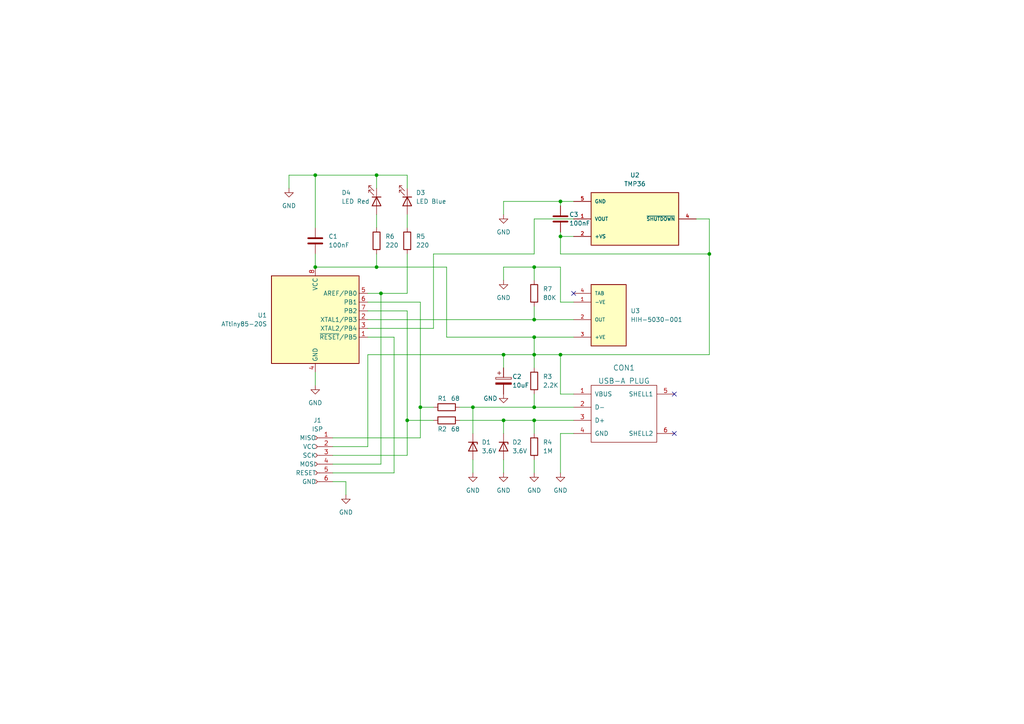
<source format=kicad_sch>
(kicad_sch (version 20211123) (generator eeschema)
  (paper "A4")
  (title_block (title "USBTherm2") (date "2023-01-29") (rev "1.0") (company "torsten.roemer@luniks.net"))
  (lib_symbols
    (symbol "Connector:Conn_01x06_Female" (pin_names (offset 1.016))
      (property "Reference" "J1" (at -0.635 10.16 0))
      (property "Value" "ISP" (at -0.635 7.62 0))
      (symbol "Conn_01x06_Female_1_1"
        (arc (start 0 -7.112) (mid -0.508 -7.62) (end 0 -8.128) (stroke (width 0.1524)))
        (arc (start 0 -4.572) (mid -0.508 -5.08) (end 0 -5.588) (stroke (width 0.1524)))
        (arc (start 0 -2.032) (mid -0.508 -2.54) (end 0 -3.048) (stroke (width 0.1524)))
        (polyline (pts (xy -1.27 -7.62) (xy -0.508 -7.62)) (stroke (width 0.1524)))
        (polyline (pts (xy -1.27 -5.08) (xy -0.508 -5.08)) (stroke (width 0.1524)))
        (polyline (pts (xy -1.27 -2.54) (xy -0.508 -2.54)) (stroke (width 0.1524)))
        (polyline (pts (xy -1.27 0) (xy -0.508 0)) (stroke (width 0.1524)))
        (polyline (pts (xy -1.27 2.54) (xy -0.508 2.54)) (stroke (width 0.1524)))
        (polyline (pts (xy -1.27 5.08) (xy -0.508 5.08)) (stroke (width 0.1524)))
        (arc (start 0 0.508) (mid -0.508 0) (end 0 -0.508) (stroke (width 0.1524)))
        (arc (start 0 3.048) (mid -0.508 2.54) (end 0 2.032) (stroke (width 0.1524)))
        (arc (start 0 5.588) (mid -0.508 5.08) (end 0 4.572) (stroke (width 0.1524)))
        (pin passive line (at -5.08 5.08 0) (length 3.81) (name "MISO") (number "1"))
        (pin passive line (at -5.08 2.54 0) (length 3.81) (name "VCC") (number "2"))
        (pin passive line (at -5.08 0 0) (length 3.81) (name "SCK") (number "3"))
        (pin passive line (at -5.08 -2.54 0) (length 3.81) (name "MOSI") (number "4"))
        (pin passive line (at -5.08 -5.08 0) (length 3.81) (name "RESET") (number "5"))
        (pin passive line (at -5.08 -7.62 0) (length 3.81) (name "GND") (number "6"))
      )
    )
    (symbol "Device:C" (pin_numbers hide) (pin_names (offset 0.254))
      (property "Reference" "C" (at 0.635 2.54 0))
      (property "Value" "C" (at 0.635 -2.54 0))
      (symbol "C_0_1"
        (polyline (pts (xy -2.032 -0.762) (xy 2.032 -0.762)) (stroke (width 0.508)))
        (polyline (pts (xy -2.032 0.762) (xy 2.032 0.762)) (stroke (width 0.508)))
      )
      (symbol "C_1_1"
        (pin passive line (at 0 3.81 270) (length 2.794) (name "~") (number "1"))
        (pin passive line (at 0 -3.81 90) (length 2.794) (name "~") (number "2"))
      )
    )
    (symbol "Device:C_Polarized" (pin_numbers hide) (pin_names (offset 0.254))
      (property "Reference" "C" (at 0.635 2.54 0))
      (property "Value" "C_Polarized" (at 0.635 -2.54 0))
      (symbol "C_Polarized_0_1"
        (rectangle (start -2.286 0.508) (end 2.286 1.016))
        (polyline (pts (xy -1.778 2.286) (xy -0.762 2.286)))
        (polyline (pts (xy -1.27 2.794) (xy -1.27 1.778)))
        (rectangle (start 2.286 -0.508) (end -2.286 -1.016) (fill (type outline)))
      )
      (symbol "C_Polarized_1_1"
        (pin passive line (at 0 3.81 270) (length 2.794) (name "~") (number "1"))
        (pin passive line (at 0 -3.81 90) (length 2.794) (name "~") (number "2"))
      )
    )
    (symbol "Device:D_Zener" (pin_numbers hide) (pin_names (offset 1.016) hide)
      (property "Reference" "D" (at 0 2.54 0))
      (property "Value" "D_Zener" (at 0 -2.54 0))
      (symbol "D_Zener_0_1"
        (polyline (pts (xy 1.27 0) (xy -1.27 0)))
        (polyline (pts (xy -1.27 -1.27) (xy -1.27 1.27) (xy -0.762 1.27)) (stroke (width 0.254)))
        (polyline (pts (xy 1.27 -1.27) (xy 1.27 1.27) (xy -1.27 0) (xy 1.27 -1.27)) (stroke (width 0.254)))
      )
      (symbol "D_Zener_1_1"
        (pin passive line (at -3.81 0 0) (length 2.54) (name "K") (number "1"))
        (pin passive line (at 3.81 0 180) (length 2.54) (name "A") (number "2"))
      )
    )
    (symbol "Device:LED" (pin_numbers hide) (pin_names (offset 1.016) hide)
      (property "Reference" "D" (at 0 2.54 0))
      (property "Value" "LED" (at 0 -2.54 0))
      (symbol "LED_0_1"
        (polyline (pts (xy -1.27 -1.27) (xy -1.27 1.27)) (stroke (width 0.254)))
        (polyline (pts (xy -1.27 0) (xy 1.27 0)))
        (polyline (pts (xy 1.27 -1.27) (xy 1.27 1.27) (xy -1.27 0) (xy 1.27 -1.27)) (stroke (width 0.254)))
        (polyline (pts (xy -3.048 -0.762) (xy -4.572 -2.286) (xy -3.81 -2.286) (xy -4.572 -2.286) (xy -4.572 -1.524)))
        (polyline (pts (xy -1.778 -0.762) (xy -3.302 -2.286) (xy -2.54 -2.286) (xy -3.302 -2.286) (xy -3.302 -1.524)))
      )
      (symbol "LED_1_1"
        (pin passive line (at -3.81 0 0) (length 2.54) (name "K") (number "1"))
        (pin passive line (at 3.81 0 180) (length 2.54) (name "A") (number "2"))
      )
    )
    (symbol "Device:R" (pin_numbers hide) (pin_names (offset 0))
      (property "Reference" "R" (at 2.032 0 90))
      (property "Value" "R" (at 0 0 90))
      (symbol "R_0_1"
        (rectangle (start -1.016 -2.54) (end 1.016 2.54) (stroke (width 0.254)))
      )
      (symbol "R_1_1"
        (pin passive line (at 0 3.81 270) (length 1.27) (name "~") (number "1"))
        (pin passive line (at 0 -3.81 90) (length 1.27) (name "~") (number "2"))
      )
    )
    (symbol "HIH-5030-001:HIH-5030-001" (pin_names (offset 1.016))
      (property "Reference" "U" (at -11.4679 10.8308 0))
      (property "Value" "HIH-5030-001" (at -11.4507 -10.8145 0))
      (symbol "HIH-5030-001_0_0"
        (rectangle (start -10.16 -7.62) (end 0 10.16) (stroke (width 0.254)) (fill (type background)))
        (pin power_in line (at 5.08 -2.54 180) (length 5.08) (name "-VE") (number "1"))
        (pin output line (at 5.08 2.54 180) (length 5.08) (name "OUT") (number "2"))
        (pin power_in line (at 5.08 7.62 180) (length 5.08) (name "+VE") (number "3"))
        (pin passive line (at 5.08 -5.08 180) (length 5.08) (name "TAB") (number "4"))
      )
    )
    (symbol "MCU_Microchip_ATtiny:ATtiny85-20S"
      (property "Reference" "U" (at -12.7 13.97 0))
      (property "Value" "ATtiny85-20S" (at 2.54 -13.97 0))
      (symbol "ATtiny85-20S_0_1"
        (rectangle (start -12.7 -12.7) (end 12.7 12.7) (stroke (width 0.254)) (fill (type background)))
      )
      (symbol "ATtiny85-20S_1_1"
        (pin bidirectional line (at 15.24 -5.08 180) (length 2.54) (name "~{RESET}/PB5") (number "1"))
        (pin bidirectional line (at 15.24 0 180) (length 2.54) (name "XTAL1/PB3") (number "2"))
        (pin bidirectional line (at 15.24 -2.54 180) (length 2.54) (name "XTAL2/PB4") (number "3"))
        (pin power_in line (at 0 -15.24 90) (length 2.54) (name "GND") (number "4"))
        (pin bidirectional line (at 15.24 7.62 180) (length 2.54) (name "AREF/PB0") (number "5"))
        (pin bidirectional line (at 15.24 5.08 180) (length 2.54) (name "PB1") (number "6"))
        (pin bidirectional line (at 15.24 2.54 180) (length 2.54) (name "PB2") (number "7"))
        (pin power_in line (at 0 15.24 270) (length 2.54) (name "VCC") (number "8"))
      )
    )
    (symbol "TMP36GRT:TMP36GRT" (pin_names (offset 1.016))
      (property "Reference" "U" (at -12.7 8.89 0))
      (property "Value" "TMP36GRT" (at -12.7 -8.89 0))
      (symbol "TMP36GRT_0_0"
        (rectangle (start -12.7 -7.62) (end 12.7 7.62) (stroke (width 0.254)) (fill (type background)))
        (pin output line (at 17.78 0 180) (length 5.08) (name "VOUT") (number "1"))
        (pin power_in line (at 17.78 5.08 180) (length 5.08) (name "+VS") (number "2"))
        (pin input line (at -17.78 0 0) (length 5.08) (name "~{SHUTDOWN}") (number "4"))
        (pin power_in line (at 17.78 -5.08 180) (length 5.08) (name "GND") (number "5"))
      )
    )
    (symbol "USB-A-PLUG:USB_A_PLUG" (pin_names (offset 1.016))
      (property "Reference" "CON" (at -6.35 11.43 0))
      (property "Value" "USB_A_PLUG" (at 0 -10.16 0))
      (symbol "USB_A_PLUG_0_1"
        (rectangle (start -10.16 8.89) (end 8.89 -7.62))
      )
      (symbol "USB_A_PLUG_1_1"
        (pin passive line (at -15.24 6.35 0) (length 5.08) (name "VBUS") (number "1"))
        (pin bidirectional line (at -15.24 2.54 0) (length 5.08) (name "D-") (number "2"))
        (pin bidirectional line (at -15.24 -1.27 0) (length 5.08) (name "D+") (number "3"))
        (pin passive line (at -15.24 -5.08 0) (length 5.08) (name "GND") (number "4"))
        (pin power_in line (at 13.97 6.35 180) (length 5.08) (name "SHELL1") (number "5"))
        (pin power_in line (at 13.97 -5.08 180) (length 5.08) (name "SHELL2") (number "6"))
      )
    )
    (symbol "power:GND" (power) (pin_names (offset 0))
      (property "Value" "GND" (at 0 -3.81 0))
      (symbol "GND_0_1"
        (polyline (pts (xy 0 0) (xy 0 -1.27) (xy 1.27 -1.27) (xy 0 -2.54) (xy -1.27 -1.27) (xy 0 -1.27)))
      )
      (symbol "GND_1_1"
        (pin power_in line (at 0 0 270) (length 0) hide (name "GND") (number "1"))
      )
    )
  )
  (junction (at 110.49 85.09))
  (junction (at 154.94 77.47))
  (junction (at 205.74 73.66))
  (junction (at 162.56 58.42))
  (junction (at 91.44 77.47))
  (junction (at 162.56 102.87))
  (junction (at 91.44 50.8))
  (junction (at 121.92 118.11))
  (junction (at 118.11 121.92))
  (junction (at 154.94 102.87))
  (junction (at 162.56 68.58))
  (junction (at 146.05 102.87))
  (junction (at 154.94 92.71))
  (junction (at 109.22 77.47))
  (junction (at 146.05 121.92))
  (junction (at 154.94 121.92))
  (junction (at 109.22 50.8))
  (junction (at 154.94 97.79))
  (junction (at 154.94 118.11))
  (junction (at 137.16 118.11))
  (no_connect (at 195.58 125.73))
  (no_connect (at 195.58 114.3))
  (no_connect (at 166.37 85.09))
  (wire (pts (xy 110.49 85.09) (xy 118.11 85.09)))
  (wire (pts (xy 146.05 102.87) (xy 154.94 102.87)))
  (wire (pts (xy 125.73 95.25) (xy 125.73 73.66)))
  (wire (pts (xy 106.68 97.79) (xy 114.3 97.79)))
  (wire (pts (xy 146.05 121.92) (xy 154.94 121.92)))
  (wire (pts (xy 96.52 132.08) (xy 118.11 132.08)))
  (wire (pts (xy 121.92 87.63) (xy 121.92 118.11)))
  (wire (pts (xy 137.16 133.35) (xy 137.16 137.16)))
  (wire (pts (xy 91.44 73.66) (xy 91.44 77.47)))
  (wire (pts (xy 121.92 127) (xy 121.92 118.11)))
  (wire (pts (xy 129.54 97.79) (xy 154.94 97.79)))
  (wire (pts (xy 106.68 92.71) (xy 154.94 92.71)))
  (wire (pts (xy 146.05 133.35) (xy 146.05 137.16)))
  (wire (pts (xy 133.35 121.92) (xy 146.05 121.92)))
  (wire (pts (xy 100.33 139.7) (xy 100.33 143.51)))
  (wire (pts (xy 137.16 118.11) (xy 137.16 125.73)))
  (wire (pts (xy 154.94 121.92) (xy 166.37 121.92)))
  (wire (pts (xy 162.56 102.87) (xy 162.56 114.3)))
  (wire (pts (xy 154.94 121.92) (xy 154.94 125.73)))
  (wire (pts (xy 162.56 73.66) (xy 205.74 73.66)))
  (wire (pts (xy 96.52 134.62) (xy 110.49 134.62)))
  (wire (pts (xy 146.05 58.42) (xy 146.05 62.23)))
  (wire (pts (xy 162.56 68.58) (xy 166.37 68.58)))
  (wire (pts (xy 110.49 85.09) (xy 110.49 134.62)))
  (wire (pts (xy 109.22 62.23) (xy 109.22 66.04)))
  (wire (pts (xy 162.56 58.42) (xy 166.37 58.42)))
  (wire (pts (xy 146.05 77.47) (xy 154.94 77.47)))
  (wire (pts (xy 162.56 67.31) (xy 162.56 68.58)))
  (wire (pts (xy 205.74 102.87) (xy 205.74 73.66)))
  (wire (pts (xy 205.74 63.5) (xy 201.93 63.5)))
  (wire (pts (xy 106.68 85.09) (xy 110.49 85.09)))
  (wire (pts (xy 154.94 77.47) (xy 162.56 77.47)))
  (wire (pts (xy 146.05 77.47) (xy 146.05 81.28)))
  (wire (pts (xy 129.54 77.47) (xy 129.54 97.79)))
  (wire (pts (xy 118.11 73.66) (xy 118.11 85.09)))
  (wire (pts (xy 106.68 102.87) (xy 146.05 102.87)))
  (wire (pts (xy 154.94 92.71) (xy 166.37 92.71)))
  (wire (pts (xy 154.94 114.3) (xy 154.94 118.11)))
  (wire (pts (xy 162.56 77.47) (xy 162.56 87.63)))
  (wire (pts (xy 154.94 102.87) (xy 162.56 102.87)))
  (wire (pts (xy 162.56 125.73) (xy 162.56 137.16)))
  (wire (pts (xy 154.94 97.79) (xy 154.94 102.87)))
  (wire (pts (xy 154.94 106.68) (xy 154.94 102.87)))
  (wire (pts (xy 146.05 58.42) (xy 162.56 58.42)))
  (wire (pts (xy 96.52 127) (xy 121.92 127)))
  (wire (pts (xy 162.56 58.42) (xy 162.56 59.69)))
  (wire (pts (xy 146.05 106.68) (xy 146.05 102.87)))
  (wire (pts (xy 91.44 50.8) (xy 91.44 66.04)))
  (wire (pts (xy 154.94 118.11) (xy 166.37 118.11)))
  (wire (pts (xy 96.52 139.7) (xy 100.33 139.7)))
  (wire (pts (xy 96.52 129.54) (xy 106.68 129.54)))
  (wire (pts (xy 109.22 77.47) (xy 129.54 77.47)))
  (wire (pts (xy 109.22 50.8) (xy 91.44 50.8)))
  (wire (pts (xy 166.37 97.79) (xy 154.94 97.79)))
  (wire (pts (xy 106.68 129.54) (xy 106.68 102.87)))
  (wire (pts (xy 118.11 121.92) (xy 118.11 132.08)))
  (wire (pts (xy 121.92 118.11) (xy 125.73 118.11)))
  (wire (pts (xy 109.22 73.66) (xy 109.22 77.47)))
  (wire (pts (xy 154.94 133.35) (xy 154.94 137.16)))
  (wire (pts (xy 118.11 54.61) (xy 118.11 50.8)))
  (wire (pts (xy 91.44 107.95) (xy 91.44 111.76)))
  (wire (pts (xy 154.94 73.66) (xy 154.94 63.5)))
  (wire (pts (xy 162.56 68.58) (xy 162.56 73.66)))
  (wire (pts (xy 118.11 121.92) (xy 125.73 121.92)))
  (wire (pts (xy 118.11 62.23) (xy 118.11 66.04)))
  (wire (pts (xy 114.3 97.79) (xy 114.3 137.16)))
  (wire (pts (xy 162.56 114.3) (xy 166.37 114.3)))
  (wire (pts (xy 137.16 118.11) (xy 154.94 118.11)))
  (wire (pts (xy 118.11 50.8) (xy 109.22 50.8)))
  (wire (pts (xy 106.68 90.17) (xy 118.11 90.17)))
  (wire (pts (xy 125.73 73.66) (xy 154.94 73.66)))
  (wire (pts (xy 162.56 87.63) (xy 166.37 87.63)))
  (wire (pts (xy 109.22 50.8) (xy 109.22 54.61)))
  (wire (pts (xy 146.05 121.92) (xy 146.05 125.73)))
  (wire (pts (xy 106.68 95.25) (xy 125.73 95.25)))
  (wire (pts (xy 154.94 88.9) (xy 154.94 92.71)))
  (wire (pts (xy 114.3 137.16) (xy 96.52 137.16)))
  (wire (pts (xy 83.82 50.8) (xy 91.44 50.8)))
  (wire (pts (xy 83.82 50.8) (xy 83.82 54.61)))
  (wire (pts (xy 205.74 63.5) (xy 205.74 73.66)))
  (wire (pts (xy 162.56 102.87) (xy 205.74 102.87)))
  (wire (pts (xy 154.94 77.47) (xy 154.94 81.28)))
  (wire (pts (xy 118.11 90.17) (xy 118.11 121.92)))
  (wire (pts (xy 166.37 125.73) (xy 162.56 125.73)))
  (wire (pts (xy 154.94 63.5) (xy 166.37 63.5)))
  (wire (pts (xy 91.44 77.47) (xy 109.22 77.47)))
  (wire (pts (xy 133.35 118.11) (xy 137.16 118.11)))
  (wire (pts (xy 106.68 87.63) (xy 121.92 87.63)))
  (symbol (lib_id "Device:C") (at 162.56 63.5 0) (unit 1)
    (property "Reference" "C3" (at 165.1 62.23 0) (effects (justify left)))
    (property "Value" "100nF" (at 165.1 64.77 0) (effects (justify left)))
    (property "Footprint" "Capacitor_SMD:C_1206_3216Metric_Pad1.33x1.80mm_HandSolder" (effects hide))
  )
  (symbol (lib_id "power:GND") (at 162.56 137.16 0) (unit 1)
    (property "Reference" "#PWR010" (effects hide))
    (property "Value" "GND" (at 162.56 142.24 0))
  )
  (symbol (lib_id "Device:R") (at 129.54 121.92 90) (unit 1)
    (property "Reference" "R2" (at 128.27 124.46 90))
    (property "Value" "68" (at 132.08 124.46 90))
    (property "Footprint" "Resistor_SMD:R_0805_2012Metric_Pad1.20x1.40mm_HandSolder" (effects hide))
  )
  (symbol (lib_id "Device:LED") (at 109.22 58.42 270) (unit 1)
    (property "Reference" "D4" (at 99.06 55.88 90) (effects (justify left)))
    (property "Value" "LED Red" (at 99.06 58.42 90) (effects (justify left)))
    (property "Footprint" "LED_SMD:LED_1206_3216Metric_Pad1.42x1.75mm_HandSolder" (effects hide))
  )
  (symbol (lib_id "Device:R") (at 118.11 69.85 0) (unit 1)
    (property "Reference" "R5" (at 120.65 68.5799 0) (effects (justify left)))
    (property "Value" "220" (at 120.65 71.1199 0) (effects (justify left)))
    (property "Footprint" "Resistor_SMD:R_0805_2012Metric_Pad1.20x1.40mm_HandSolder" (effects hide))
  )
  (symbol (lib_id "Device:LED") (at 118.11 58.42 270) (unit 1)
    (property "Reference" "D3" (at 120.65 55.88 90) (effects (justify left)))
    (property "Value" "LED Blue" (at 120.65 58.42 90) (effects (justify left)))
    (property "Footprint" "LED_SMD:LED_1206_3216Metric_Pad1.42x1.75mm_HandSolder" (effects hide))
  )
  (symbol (lib_id "power:GND") (at 83.82 54.61 0) (unit 1)
    (property "Reference" "#PWR01" (effects hide))
    (property "Value" "GND" (at 83.82 59.69 0))
  )
  (symbol (lib_id "Device:D_Zener") (at 146.05 129.54 270) (unit 1)
    (property "Reference" "D2" (at 148.59 128.2699 90) (effects (justify left)))
    (property "Value" "3.6V" (at 148.59 130.8099 90) (effects (justify left)))
    (property "Footprint" "Diode_SMD:D_SOD-123" (effects hide))
  )
  (symbol (lib_id "power:GND") (at 146.05 62.23 0) (unit 1)
    (property "Reference" "#PWR05" (effects hide))
    (property "Value" "GND" (at 146.05 67.31 0))
  )
  (symbol (lib_id "Device:C") (at 91.44 69.85 0) (unit 1)
    (property "Reference" "C1" (at 95.25 68.5799 0) (effects (justify left)))
    (property "Value" "100nF" (at 95.25 71.1199 0) (effects (justify left)))
    (property "Footprint" "Capacitor_SMD:C_1812_4532Metric_Pad1.57x3.40mm_HandSolder" (effects hide))
  )
  (symbol (lib_id "Device:C_Polarized") (at 146.05 110.49 0) (unit 1)
    (property "Reference" "C2" (at 148.59 109.22 0) (effects (justify left)))
    (property "Value" "10uF" (at 148.59 111.76 0) (effects (justify left)))
    (property "Footprint" "Capacitor_SMD:C_1206_3216Metric_Pad1.33x1.80mm_HandSolder" (effects hide))
  )
  (symbol (lib_id "Device:R") (at 154.94 85.09 0) (unit 1)
    (property "Reference" "R7" (at 157.48 83.8199 0) (effects (justify left)))
    (property "Value" "80K" (at 157.48 86.3599 0) (effects (justify left)))
    (property "Footprint" "Resistor_SMD:R_0805_2012Metric_Pad1.20x1.40mm_HandSolder" (effects hide))
  )
  (symbol (lib_id "Device:D_Zener") (at 137.16 129.54 270) (unit 1)
    (property "Reference" "D1" (at 139.7 128.2699 90) (effects (justify left)))
    (property "Value" "3.6V" (at 139.7 130.8099 90) (effects (justify left)))
    (property "Footprint" "Diode_SMD:D_SOD-123" (effects hide))
  )
  (symbol (lib_id "power:GND") (at 146.05 114.3 0) (unit 1)
    (property "Reference" "#PWR07" (effects hide))
    (property "Value" "GND" (at 142.24 115.57 0))
  )
  (symbol (lib_id "Device:R") (at 129.54 118.11 90) (unit 1)
    (property "Reference" "R1" (at 128.27 115.57 90))
    (property "Value" "68" (at 132.08 115.57 90))
    (property "Footprint" "Resistor_SMD:R_0805_2012Metric_Pad1.20x1.40mm_HandSolder" (effects hide))
  )
  (symbol (lib_id "Device:R") (at 154.94 110.49 0) (unit 1)
    (property "Reference" "R3" (at 157.48 109.2199 0) (effects (justify left)))
    (property "Value" "2.2K" (at 157.48 111.7599 0) (effects (justify left)))
    (property "Footprint" "Resistor_SMD:R_0805_2012Metric_Pad1.20x1.40mm_HandSolder" (effects hide))
  )
  (symbol (lib_id "Connector:Conn_01x06_Female") (at 91.44 132.08 0) (mirror y) (unit 1)
    (property "Reference" "J1" (at 92.075 121.92 0))
    (property "Value" "ISP" (at 92.075 124.46 0))
  )
  (symbol (lib_id "power:GND") (at 154.94 137.16 0) (unit 1)
    (property "Reference" "#PWR09" (effects hide))
    (property "Value" "GND" (at 154.94 142.24 0))
  )
  (symbol (lib_id "Device:R") (at 109.22 69.85 0) (unit 1)
    (property "Reference" "R6" (at 111.76 68.5799 0) (effects (justify left)))
    (property "Value" "220" (at 111.76 71.1199 0) (effects (justify left)))
    (property "Footprint" "Resistor_SMD:R_0805_2012Metric_Pad1.20x1.40mm_HandSolder" (effects hide))
  )
  (symbol (lib_id "power:GND") (at 100.33 143.51 0) (unit 1)
    (property "Reference" "#PWR03" (effects hide))
    (property "Value" "GND" (at 100.33 148.59 0))
  )
  (symbol (lib_id "power:GND") (at 137.16 137.16 0) (unit 1)
    (property "Reference" "#PWR04" (effects hide))
    (property "Value" "GND" (at 137.16 142.24 0))
  )
  (symbol (lib_id "MCU_Microchip_ATtiny:ATtiny85-20S") (at 91.44 92.71 0) (unit 1)
    (property "Reference" "U1" (at 77.47 91.4399 0) (effects (justify right)))
    (property "Value" "ATtiny85-20S" (at 77.47 93.9799 0) (effects (justify right)))
    (property "Footprint" "Package_SO:SOIC-8W_5.3x5.3mm_P1.27mm" (effects hide))
    (property "Datasheet" "http://ww1.microchip.com/downloads/en/DeviceDoc/atmel-2586-avr-8-bit-microcontroller-attiny25-attiny45-attiny85_datasheet.pdf" (effects hide))
  )
  (symbol (lib_id "HIH-5030-001:HIH-5030-001") (at 171.45 90.17 180) (unit 1)
    (property "Reference" "U3" (at 182.88 90.1699 0) (effects (justify right)))
    (property "Value" "HIH-5030-001" (at 182.88 92.7099 0) (effects (justify right)))
    (property "Footprint" "HONEYWELL_HIH-5030-001" (effects hide))
    (property "PACKAGE" "None" (effects hide))
    (property "MF" "Honeywell" (effects hide))
    (property "PRICE" "$6.78 USD" (effects hide))
    (property "MP" "HIH-5030-001" (effects hide))
    (property "AVAILABILITY" "Good" (effects hide))
  )
  (symbol (lib_id "power:GND") (at 146.05 137.16 0) (unit 1)
    (property "Reference" "#PWR08" (effects hide))
    (property "Value" "GND" (at 146.05 142.24 0))
  )
  (symbol (lib_id "power:GND") (at 146.05 81.28 0) (unit 1)
    (property "Reference" "#PWR06" (effects hide))
    (property "Value" "GND" (at 146.05 86.36 0))
  )
  (symbol (lib_id "TMP36GRT:TMP36GRT") (at 184.15 63.5 180) (unit 1)
    (property "Reference" "U2" (at 184.15 50.8 0))
    (property "Value" "TMP36" (at 184.15 53.34 0))
    (property "Footprint" "SOT95P280X145-5N" (effects hide))
    (property "MANUFACTURER" "Analog Devices" (effects hide))
    (property "MAXIMUM_PACKAGE_HEIGHT" "1.45 mm" (effects hide))
    (property "STANDARD" "IPC 7351B" (effects hide))
    (property "PARTREV" "H" (effects hide))
  )
  (symbol (lib_id "Device:R") (at 154.94 129.54 0) (unit 1)
    (property "Reference" "R4" (at 157.48 128.2699 0) (effects (justify left)))
    (property "Value" "1M" (at 157.48 130.8099 0) (effects (justify left)))
    (property "Footprint" "Resistor_SMD:R_0805_2012Metric_Pad1.20x1.40mm_HandSolder" (effects hide))
  )
  (symbol (lib_id "USB-A-PLUG:USB_A_PLUG") (at 181.61 120.65 0) (unit 1)
    (property "Reference" "CON1" (at 180.975 106.68 0) (effects (font (size 1.524 1.524))))
    (property "Value" "USB-A PLUG" (at 180.975 110.49 0) (effects (font (size 1.524 1.524))))
    (property "Footprint" "USB-A-PLUG:USB_A_PLUG" (effects hide))
  )
  (symbol (lib_id "power:GND") (at 91.44 111.76 0) (unit 1)
    (property "Reference" "#PWR02" (effects hide))
    (property "Value" "GND" (at 91.44 116.84 0))
  )
)
</source>
